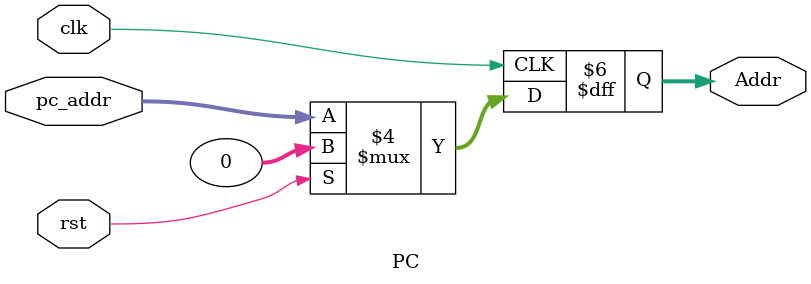
<source format=v>
`timescale 1ns / 1ps


module PC(
input [31:0]pc_addr,
input rst,
input clk,
output [31:0]Addr
    );
reg [31:0]Addr;
initial 
begin
    Addr = 0;
end
always@(posedge clk)
begin
    if(rst)
     Addr = 32'b0;
     else
     begin
     Addr = pc_addr;
     end
end
endmodule

</source>
